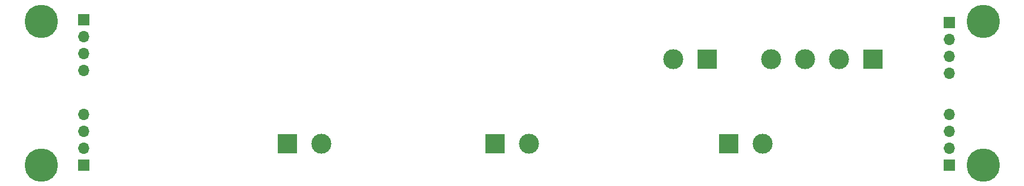
<source format=gbl>
G04 #@! TF.GenerationSoftware,KiCad,Pcbnew,(6.0.7)*
G04 #@! TF.CreationDate,2023-03-22T16:34:50-04:00*
G04 #@! TF.ProjectId,IR FANS LED board,49522046-414e-4532-904c-454420626f61,rev?*
G04 #@! TF.SameCoordinates,Original*
G04 #@! TF.FileFunction,Copper,L2,Bot*
G04 #@! TF.FilePolarity,Positive*
%FSLAX46Y46*%
G04 Gerber Fmt 4.6, Leading zero omitted, Abs format (unit mm)*
G04 Created by KiCad (PCBNEW (6.0.7)) date 2023-03-22 16:34:50*
%MOMM*%
%LPD*%
G01*
G04 APERTURE LIST*
G04 #@! TA.AperFunction,ComponentPad*
%ADD10R,3.000000X3.000000*%
G04 #@! TD*
G04 #@! TA.AperFunction,ComponentPad*
%ADD11C,3.000000*%
G04 #@! TD*
G04 #@! TA.AperFunction,ComponentPad*
%ADD12R,1.700000X1.700000*%
G04 #@! TD*
G04 #@! TA.AperFunction,ComponentPad*
%ADD13O,1.700000X1.700000*%
G04 #@! TD*
G04 #@! TA.AperFunction,ViaPad*
%ADD14C,5.000000*%
G04 #@! TD*
G04 APERTURE END LIST*
D10*
G04 #@! TO.P,J4,1,Pin_1*
G04 #@! TO.N,/HV5*
X187960000Y-27305000D03*
D11*
G04 #@! TO.P,J4,2,Pin_2*
G04 #@! TO.N,/X*
X182880000Y-27305000D03*
G04 #@! TO.P,J4,3,Pin_3*
G04 #@! TO.N,/12V*
X177800000Y-27305000D03*
G04 #@! TO.P,J4,4,Pin_4*
G04 #@! TO.N,/GND*
X172720000Y-27305000D03*
G04 #@! TD*
D10*
G04 #@! TO.P,J3,1,Pin_1*
G04 #@! TO.N,/IR LED-*
X131445000Y-40005000D03*
D11*
G04 #@! TO.P,J3,2,Pin_2*
G04 #@! TO.N,/IR LED+*
X136525000Y-40005000D03*
G04 #@! TD*
D12*
G04 #@! TO.P,J8,1,Pin_1*
G04 #@! TO.N,/HV5*
X199390000Y-43180000D03*
D13*
G04 #@! TO.P,J8,2,Pin_2*
G04 #@! TO.N,/X*
X199390000Y-40640000D03*
G04 #@! TO.P,J8,3,Pin_3*
G04 #@! TO.N,/12V*
X199390000Y-38100000D03*
G04 #@! TO.P,J8,4,Pin_4*
G04 #@! TO.N,/GND*
X199390000Y-35560000D03*
G04 #@! TD*
D10*
G04 #@! TO.P,J5,1,Pin_1*
G04 #@! TO.N,/IR LED-*
X166370000Y-40005000D03*
D11*
G04 #@! TO.P,J5,2,Pin_2*
G04 #@! TO.N,/IR LED+*
X171450000Y-40005000D03*
G04 #@! TD*
D12*
G04 #@! TO.P,J9,1,Pin_1*
G04 #@! TO.N,/HV5*
X69850000Y-43180000D03*
D13*
G04 #@! TO.P,J9,2,Pin_2*
G04 #@! TO.N,/X*
X69850000Y-40640000D03*
G04 #@! TO.P,J9,3,Pin_3*
G04 #@! TO.N,/12V*
X69850000Y-38100000D03*
G04 #@! TO.P,J9,4,Pin_4*
G04 #@! TO.N,/GND*
X69850000Y-35560000D03*
G04 #@! TD*
D10*
G04 #@! TO.P,J7,1,Pin_1*
G04 #@! TO.N,/IR LED-*
X100330000Y-40005000D03*
D11*
G04 #@! TO.P,J7,2,Pin_2*
G04 #@! TO.N,/IR LED+*
X105410000Y-40005000D03*
G04 #@! TD*
D12*
G04 #@! TO.P,J2,1,Pin_1*
G04 #@! TO.N,/HV5*
X69850000Y-21336000D03*
D13*
G04 #@! TO.P,J2,2,Pin_2*
G04 #@! TO.N,/X*
X69850000Y-23876000D03*
G04 #@! TO.P,J2,3,Pin_3*
G04 #@! TO.N,/12V*
X69850000Y-26416000D03*
G04 #@! TO.P,J2,4,Pin_4*
G04 #@! TO.N,/GND*
X69850000Y-28956000D03*
G04 #@! TD*
D12*
G04 #@! TO.P,J1,1,Pin_1*
G04 #@! TO.N,/HV5*
X199390000Y-21803200D03*
D13*
G04 #@! TO.P,J1,2,Pin_2*
G04 #@! TO.N,/X*
X199390000Y-24343200D03*
G04 #@! TO.P,J1,3,Pin_3*
G04 #@! TO.N,/12V*
X199390000Y-26883200D03*
G04 #@! TO.P,J1,4,Pin_4*
G04 #@! TO.N,/GND*
X199390000Y-29423200D03*
G04 #@! TD*
D10*
G04 #@! TO.P,J6,1,Pin_1*
G04 #@! TO.N,/IR LED-*
X163195000Y-27305000D03*
D11*
G04 #@! TO.P,J6,2,Pin_2*
G04 #@! TO.N,/IR LED+*
X158115000Y-27305000D03*
G04 #@! TD*
D14*
G04 #@! TO.N,/GND*
X204470000Y-21590000D03*
X204470000Y-43180000D03*
X63500000Y-43180000D03*
X63500000Y-21590000D03*
G04 #@! TD*
M02*

</source>
